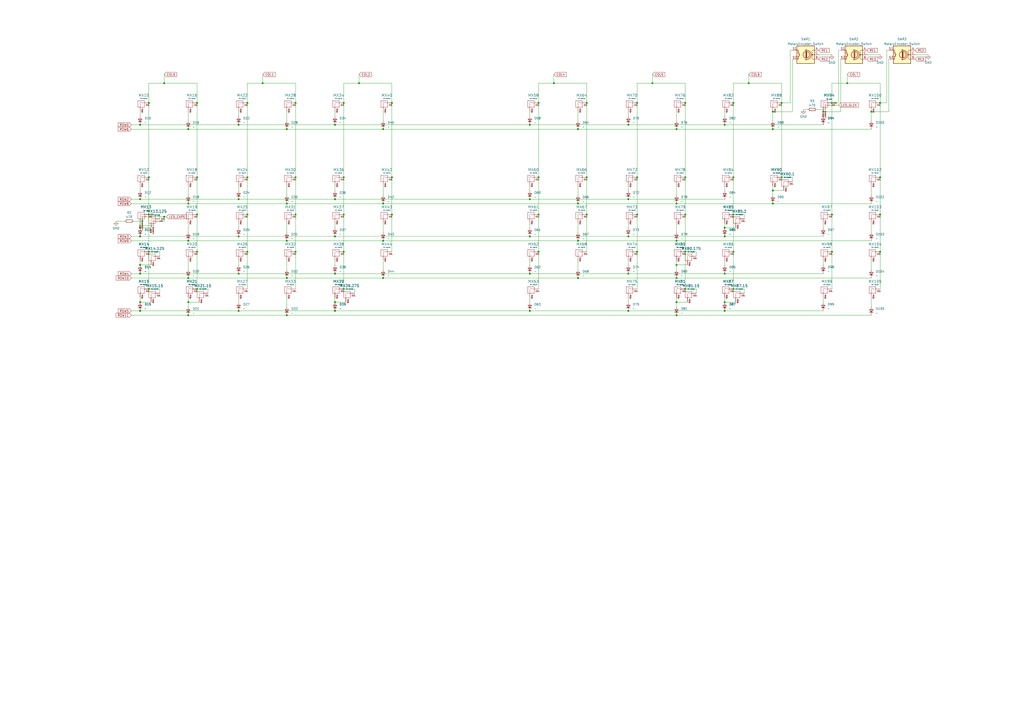
<source format=kicad_sch>
(kicad_sch (version 20231120) (generator "eeschema") (generator_version "8.0")
  (paper "A2")
  (junction (at 378.46 48.26))
  (junction (at 392.43 74.93))
  (junction (at 138.43 72.39))
  (junction (at 448.31 110.49))
  (junction (at 505.46 64.77))
  (junction (at 166.37 161.29))
  (junction (at 335.28 118.11))
  (junction (at 312.42 124.46))
  (junction (at 171.45 146.05))
  (junction (at 477.52 64.77))
  (junction (at 227.33 59.69))
  (junction (at 109.22 175.26))
  (junction (at 335.28 139.7))
  (junction (at 114.3 124.46))
  (junction (at 194.31 175.26))
  (junction (at 199.39 102.87))
  (junction (at 425.45 146.05))
  (junction (at 138.43 180.34))
  (junction (at 482.6 146.05))
  (junction (at 420.37 158.75))
  (junction (at 434.34 48.26))
  (junction (at 420.37 180.34))
  (junction (at 109.22 182.88))
  (junction (at 340.36 102.87))
  (junction (at 166.37 74.93))
  (junction (at 86.36 167.64))
  (junction (at 166.37 118.11))
  (junction (at 222.25 161.29))
  (junction (at 397.51 124.46))
  (junction (at 369.57 102.87))
  (junction (at 392.43 139.7))
  (junction (at 425.45 167.64))
  (junction (at 307.34 180.34))
  (junction (at 199.39 167.64))
  (junction (at 321.31 48.26))
  (junction (at 307.34 137.16))
  (junction (at 392.43 175.26))
  (junction (at 143.51 59.69))
  (junction (at 312.42 102.87))
  (junction (at 397.51 167.64))
  (junction (at 171.45 59.69))
  (junction (at 392.43 161.29))
  (junction (at 397.51 59.69))
  (junction (at 222.25 74.93))
  (junction (at 114.3 59.69))
  (junction (at 307.34 158.75))
  (junction (at 335.28 74.93))
  (junction (at 208.28 48.26))
  (junction (at 81.28 158.75))
  (junction (at 114.3 167.64))
  (junction (at 312.42 59.69))
  (junction (at 510.54 146.05))
  (junction (at 482.6 59.69))
  (junction (at 194.31 180.34))
  (junction (at 199.39 146.05))
  (junction (at 420.37 137.16))
  (junction (at 482.6 124.46))
  (junction (at 86.36 102.87))
  (junction (at 81.28 175.26))
  (junction (at 138.43 137.16))
  (junction (at 392.43 118.11))
  (junction (at 510.54 124.46))
  (junction (at 81.28 72.39))
  (junction (at 453.39 59.69))
  (junction (at 397.51 102.87))
  (junction (at 222.25 139.7))
  (junction (at 425.45 59.69))
  (junction (at 194.31 137.16))
  (junction (at 448.31 74.93))
  (junction (at 81.28 180.34))
  (junction (at 364.49 137.16))
  (junction (at 138.43 115.57))
  (junction (at 453.39 102.87))
  (junction (at 227.33 124.46))
  (junction (at 143.51 124.46))
  (junction (at 364.49 158.75))
  (junction (at 420.37 175.26))
  (junction (at 138.43 158.75))
  (junction (at 227.33 102.87))
  (junction (at 95.25 125.73))
  (junction (at 425.45 124.46))
  (junction (at 369.57 59.69))
  (junction (at 171.45 102.87))
  (junction (at 312.42 146.05))
  (junction (at 392.43 153.67))
  (junction (at 510.54 59.69))
  (junction (at 114.3 102.87))
  (junction (at 86.36 124.46))
  (junction (at 335.28 161.29))
  (junction (at 109.22 74.93))
  (junction (at 82.55 128.27))
  (junction (at 109.22 161.29))
  (junction (at 143.51 102.87))
  (junction (at 364.49 180.34))
  (junction (at 425.45 102.87))
  (junction (at 86.36 59.69))
  (junction (at 194.31 115.57))
  (junction (at 364.49 72.39))
  (junction (at 171.45 124.46))
  (junction (at 86.36 146.05))
  (junction (at 81.28 153.67))
  (junction (at 81.28 132.08))
  (junction (at 307.34 72.39))
  (junction (at 109.22 118.11))
  (junction (at 81.28 115.57))
  (junction (at 166.37 182.88))
  (junction (at 420.37 72.39))
  (junction (at 222.25 118.11))
  (junction (at 369.57 124.46))
  (junction (at 369.57 146.05))
  (junction (at 194.31 72.39))
  (junction (at 199.39 59.69))
  (junction (at 152.4 48.26))
  (junction (at 81.28 137.16))
  (junction (at 448.31 118.11))
  (junction (at 397.51 146.05))
  (junction (at 340.36 124.46))
  (junction (at 420.37 132.08))
  (junction (at 166.37 139.7))
  (junction (at 307.34 115.57))
  (junction (at 510.54 102.87))
  (junction (at 95.25 48.26))
  (junction (at 491.49 48.26))
  (junction (at 194.31 158.75))
  (junction (at 448.31 64.77))
  (junction (at 364.49 115.57))
  (junction (at 392.43 182.88))
  (junction (at 143.51 146.05))
  (junction (at 199.39 124.46))
  (junction (at 340.36 59.69))
  (junction (at 114.3 146.05))
  (junction (at 109.22 139.7))
  (wire (pts (xy 77.47 128.27) (xy 82.55 128.27)))
  (wire (pts (xy 138.43 151.13) (xy 138.43 153.67)))
  (wire (pts (xy 76.2 158.75) (xy 81.28 158.75)))
  (wire (pts (xy 222.25 74.93) (xy 335.28 74.93)))
  (wire (pts (xy 392.43 153.67) (xy 392.43 156.21)))
  (wire (pts (xy 335.28 118.11) (xy 392.43 118.11)))
  (wire (pts (xy 369.57 48.26) (xy 369.57 59.69)))
  (wire (pts (xy 92.71 127) (xy 92.71 124.46)))
  (wire (pts (xy 109.22 139.7) (xy 166.37 139.7)))
  (wire (pts (xy 321.31 43.18) (xy 321.31 48.26)))
  (wire (pts (xy 109.22 175.26) (xy 115.57 175.26)))
  (wire (pts (xy 477.52 129.54) (xy 477.52 132.08)))
  (wire (pts (xy 138.43 115.57) (xy 194.31 115.57)))
  (wire (pts (xy 81.28 72.39) (xy 138.43 72.39)))
  (wire (pts (xy 166.37 64.77) (xy 166.37 69.85)))
  (wire (pts (xy 307.34 180.34) (xy 364.49 180.34)))
  (wire (pts (xy 487.68 64.77) (xy 477.52 64.77)))
  (wire (pts (xy 171.45 102.87) (xy 171.45 124.46)))
  (wire (pts (xy 95.25 128.27) (xy 95.25 125.73)))
  (wire (pts (xy 81.28 137.16) (xy 138.43 137.16)))
  (wire (pts (xy 109.22 129.54) (xy 109.22 134.62)))
  (wire (pts (xy 487.68 29.21) (xy 486.41 29.21)))
  (wire (pts (xy 76.2 115.57) (xy 81.28 115.57)))
  (wire (pts (xy 434.34 48.26) (xy 425.45 48.26)))
  (wire (pts (xy 453.39 59.69) (xy 453.39 102.87)))
  (wire (pts (xy 420.37 180.34) (xy 477.52 180.34)))
  (wire (pts (xy 420.37 64.77) (xy 420.37 67.31)))
  (wire (pts (xy 88.9 130.81) (xy 82.55 130.81)))
  (wire (pts (xy 364.49 72.39) (xy 420.37 72.39)))
  (wire (pts (xy 482.6 59.69) (xy 482.6 124.46)))
  (wire (pts (xy 392.43 129.54) (xy 392.43 134.62)))
  (wire (pts (xy 92.71 170.18) (xy 92.71 167.64)))
  (wire (pts (xy 392.43 175.26) (xy 398.78 175.26)))
  (wire (pts (xy 459.74 102.87) (xy 453.39 102.87)))
  (wire (pts (xy 392.43 107.95) (xy 392.43 113.03)))
  (wire (pts (xy 109.22 177.8) (xy 109.22 175.26)))
  (wire (pts (xy 166.37 129.54) (xy 166.37 134.62)))
  (wire (pts (xy 307.34 172.72) (xy 307.34 175.26)))
  (wire (pts (xy 510.54 59.69) (xy 514.35 59.69)))
  (wire (pts (xy 307.34 137.16) (xy 364.49 137.16)))
  (wire (pts (xy 81.28 180.34) (xy 138.43 180.34)))
  (wire (pts (xy 152.4 43.18) (xy 152.4 48.26)))
  (wire (pts (xy 474.98 31.75) (xy 482.6 31.75)))
  (wire (pts (xy 138.43 180.34) (xy 194.31 180.34)))
  (wire (pts (xy 321.31 48.26) (xy 340.36 48.26)))
  (wire (pts (xy 491.49 43.18) (xy 491.49 48.26)))
  (wire (pts (xy 81.28 153.67) (xy 87.63 153.67)))
  (wire (pts (xy 152.4 48.26) (xy 143.51 48.26)))
  (wire (pts (xy 378.46 43.18) (xy 378.46 48.26)))
  (wire (pts (xy 448.31 74.93) (xy 505.46 74.93)))
  (wire (pts (xy 138.43 107.95) (xy 138.43 110.49)))
  (wire (pts (xy 312.42 48.26) (xy 312.42 59.69)))
  (wire (pts (xy 482.6 146.05) (xy 482.6 167.64)))
  (wire (pts (xy 171.45 59.69) (xy 171.45 102.87)))
  (wire (pts (xy 481.33 60.96) (xy 486.41 60.96)))
  (wire (pts (xy 397.51 102.87) (xy 397.51 124.46)))
  (wire (pts (xy 81.28 64.77) (xy 81.28 67.31)))
  (wire (pts (xy 364.49 172.72) (xy 364.49 175.26)))
  (wire (pts (xy 458.47 59.69) (xy 453.39 59.69)))
  (wire (pts (xy 403.86 148.59) (xy 403.86 146.05)))
  (wire (pts (xy 222.25 151.13) (xy 222.25 156.21)))
  (wire (pts (xy 86.36 102.87) (xy 86.36 124.46)))
  (wire (pts (xy 364.49 137.16) (xy 420.37 137.16)))
  (wire (pts (xy 114.3 124.46) (xy 114.3 146.05)))
  (wire (pts (xy 392.43 118.11) (xy 448.31 118.11)))
  (wire (pts (xy 307.34 151.13) (xy 307.34 153.67)))
  (wire (pts (xy 425.45 146.05) (xy 425.45 167.64)))
  (wire (pts (xy 340.36 124.46) (xy 340.36 146.05)))
  (wire (pts (xy 364.49 180.34) (xy 420.37 180.34)))
  (wire (pts (xy 171.45 146.05) (xy 171.45 167.64)))
  (wire (pts (xy 81.28 175.26) (xy 87.63 175.26)))
  (wire (pts (xy 431.8 167.64) (xy 425.45 167.64)))
  (wire (pts (xy 166.37 151.13) (xy 166.37 156.21)))
  (wire (pts (xy 76.2 118.11) (xy 109.22 118.11)))
  (wire (pts (xy 477.52 64.77) (xy 477.52 67.31)))
  (wire (pts (xy 227.33 48.26) (xy 227.33 59.69)))
  (wire (pts (xy 364.49 64.77) (xy 364.49 67.31)))
  (wire (pts (xy 199.39 124.46) (xy 199.39 146.05)))
  (wire (pts (xy 425.45 48.26) (xy 425.45 59.69)))
  (wire (pts (xy 227.33 59.69) (xy 227.33 102.87)))
  (wire (pts (xy 453.39 48.26) (xy 453.39 59.69)))
  (wire (pts (xy 307.34 158.75) (xy 364.49 158.75)))
  (wire (pts (xy 515.62 64.77) (xy 505.46 64.77)))
  (wire (pts (xy 486.41 29.21) (xy 486.41 59.69)))
  (wire (pts (xy 459.74 29.21) (xy 458.47 29.21)))
  (wire (pts (xy 143.51 146.05) (xy 143.51 167.64)))
  (wire (pts (xy 194.31 115.57) (xy 307.34 115.57)))
  (wire (pts (xy 205.74 170.18) (xy 205.74 167.64)))
  (wire (pts (xy 166.37 118.11) (xy 222.25 118.11)))
  (wire (pts (xy 109.22 74.93) (xy 166.37 74.93)))
  (wire (pts (xy 510.54 124.46) (xy 510.54 146.05)))
  (wire (pts (xy 364.49 151.13) (xy 364.49 153.67)))
  (wire (pts (xy 420.37 107.95) (xy 420.37 110.49)))
  (wire (pts (xy 86.36 48.26) (xy 86.36 59.69)))
  (wire (pts (xy 364.49 115.57) (xy 420.37 115.57)))
  (wire (pts (xy 76.2 182.88) (xy 109.22 182.88)))
  (wire (pts (xy 138.43 172.72) (xy 138.43 175.26)))
  (wire (pts (xy 482.6 124.46) (xy 482.6 146.05)))
  (wire (pts (xy 205.74 167.64) (xy 199.39 167.64)))
  (wire (pts (xy 227.33 102.87) (xy 227.33 124.46)))
  (wire (pts (xy 194.31 137.16) (xy 307.34 137.16)))
  (wire (pts (xy 431.8 127) (xy 431.8 124.46)))
  (wire (pts (xy 166.37 74.93) (xy 222.25 74.93)))
  (wire (pts (xy 67.31 128.27) (xy 72.39 128.27)))
  (wire (pts (xy 312.42 146.05) (xy 312.42 167.64)))
  (wire (pts (xy 335.28 64.77) (xy 335.28 69.85)))
  (wire (pts (xy 477.52 151.13) (xy 477.52 153.67)))
  (wire (pts (xy 208.28 48.26) (xy 227.33 48.26)))
  (wire (pts (xy 82.55 130.81) (xy 82.55 128.27)))
  (wire (pts (xy 502.92 31.75) (xy 510.54 31.75)))
  (wire (pts (xy 81.28 151.13) (xy 81.28 153.67)))
  (wire (pts (xy 514.35 29.21) (xy 514.35 59.69)))
  (wire (pts (xy 420.37 137.16) (xy 477.52 137.16)))
  (wire (pts (xy 530.86 31.75) (xy 538.48 31.75)))
  (wire (pts (xy 307.34 72.39) (xy 364.49 72.39)))
  (wire (pts (xy 222.25 64.77) (xy 222.25 69.85)))
  (wire (pts (xy 369.57 59.69) (xy 369.57 102.87)))
  (wire (pts (xy 109.22 151.13) (xy 109.22 156.21)))
  (wire (pts (xy 76.2 74.93) (xy 109.22 74.93)))
  (wire (pts (xy 459.74 64.77) (xy 448.31 64.77)))
  (wire (pts (xy 473.71 63.5) (xy 478.79 63.5)))
  (wire (pts (xy 138.43 72.39) (xy 194.31 72.39)))
  (wire (pts (xy 194.31 129.54) (xy 194.31 132.08)))
  (wire (pts (xy 76.2 137.16) (xy 81.28 137.16)))
  (wire (pts (xy 138.43 158.75) (xy 194.31 158.75)))
  (wire (pts (xy 487.68 34.29) (xy 487.68 64.77)))
  (wire (pts (xy 81.28 158.75) (xy 138.43 158.75)))
  (wire (pts (xy 166.37 182.88) (xy 392.43 182.88)))
  (wire (pts (xy 92.71 167.64) (xy 86.36 167.64)))
  (wire (pts (xy 335.28 139.7) (xy 392.43 139.7)))
  (wire (pts (xy 425.45 102.87) (xy 425.45 124.46)))
  (wire (pts (xy 222.25 139.7) (xy 335.28 139.7)))
  (wire (pts (xy 81.28 132.08) (xy 87.63 132.08)))
  (wire (pts (xy 86.36 124.46) (xy 86.36 146.05)))
  (wire (pts (xy 491.49 48.26) (xy 482.6 48.26)))
  (wire (pts (xy 199.39 146.05) (xy 199.39 167.64)))
  (wire (pts (xy 448.31 107.95) (xy 448.31 110.49)))
  (wire (pts (xy 109.22 64.77) (xy 109.22 69.85)))
  (wire (pts (xy 458.47 29.21) (xy 458.47 59.69)))
  (wire (pts (xy 85.09 125.73) (xy 95.25 125.73)))
  (wire (pts (xy 312.42 102.87) (xy 312.42 124.46)))
  (wire (pts (xy 397.51 124.46) (xy 397.51 146.05)))
  (wire (pts (xy 91.44 128.27) (xy 95.25 128.27)))
  (wire (pts (xy 335.28 161.29) (xy 392.43 161.29)))
  (wire (pts (xy 369.57 102.87) (xy 369.57 124.46)))
  (wire (pts (xy 138.43 129.54) (xy 138.43 132.08)))
  (wire (pts (xy 227.33 124.46) (xy 227.33 146.05)))
  (wire (pts (xy 369.57 146.05) (xy 369.57 167.64)))
  (wire (pts (xy 482.6 48.26) (xy 482.6 59.69)))
  (wire (pts (xy 208.28 43.18) (xy 208.28 48.26)))
  (wire (pts (xy 477.52 172.72) (xy 477.52 175.26)))
  (wire (pts (xy 143.51 124.46) (xy 143.51 146.05)))
  (wire (pts (xy 510.54 102.87) (xy 510.54 124.46)))
  (wire (pts (xy 114.3 59.69) (xy 114.3 102.87)))
  (wire (pts (xy 76.2 180.34) (xy 81.28 180.34)))
  (wire (pts (xy 114.3 102.87) (xy 114.3 124.46)))
  (wire (pts (xy 81.28 115.57) (xy 138.43 115.57)))
  (wire (pts (xy 425.45 59.69) (xy 425.45 102.87)))
  (wire (pts (xy 392.43 64.77) (xy 392.43 69.85)))
  (wire (pts (xy 194.31 72.39) (xy 307.34 72.39)))
  (wire (pts (xy 95.25 48.26) (xy 86.36 48.26)))
  (wire (pts (xy 392.43 139.7) (xy 505.46 139.7)))
  (wire (pts (xy 194.31 172.72) (xy 194.31 175.26)))
  (wire (pts (xy 194.31 151.13) (xy 194.31 153.67)))
  (wire (pts (xy 486.41 59.69) (xy 482.6 59.69)))
  (wire (pts (xy 397.51 146.05) (xy 397.51 167.64)))
  (wire (pts (xy 143.51 59.69) (xy 143.51 102.87)))
  (wire (pts (xy 76.2 72.39) (xy 81.28 72.39)))
  (wire (pts (xy 420.37 158.75) (xy 477.52 158.75)))
  (wire (pts (xy 448.31 110.49) (xy 448.31 113.03)))
  (wire (pts (xy 505.46 107.95) (xy 505.46 113.03)))
  (wire (pts (xy 208.28 48.26) (xy 199.39 48.26)))
  (wire (pts (xy 307.34 110.49) (xy 307.34 107.95)))
  (wire (pts (xy 222.25 107.95) (xy 222.25 113.03)))
  (wire (pts (xy 95.25 125.73) (xy 96.52 125.73)))
  (wire (pts (xy 448.31 64.77) (xy 448.31 69.85)))
  (wire (pts (xy 505.46 129.54) (xy 505.46 134.62)))
  (wire (pts (xy 194.31 64.77) (xy 194.31 67.31)))
  (wire (pts (xy 307.34 115.57) (xy 364.49 115.57)))
  (wire (pts (xy 392.43 172.72) (xy 392.43 175.26)))
  (wire (pts (xy 392.43 74.93) (xy 448.31 74.93)))
  (wire (pts (xy 448.31 118.11) (xy 505.46 118.11)))
  (wire (pts (xy 434.34 48.26) (xy 453.39 48.26)))
  (wire (pts (xy 448.31 110.49) (xy 454.66 110.49)))
  (wire (pts (xy 95.25 43.18) (xy 95.25 48.26)))
  (wire (pts (xy 194.31 107.95) (xy 194.31 110.49)))
  (wire (pts (xy 491.49 48.26) (xy 510.54 48.26)))
  (wire (pts (xy 515.62 34.29) (xy 515.62 64.77)))
  (wire (pts (xy 222.25 118.11) (xy 335.28 118.11)))
  (wire (pts (xy 420.37 72.39) (xy 477.52 72.39)))
  (wire (pts (xy 340.36 102.87) (xy 340.36 124.46)))
  (wire (pts (xy 434.34 43.18) (xy 434.34 48.26)))
  (wire (pts (xy 392.43 153.67) (xy 398.78 153.67)))
  (wire (pts (xy 340.36 59.69) (xy 340.36 102.87)))
  (wire (pts (xy 321.31 48.26) (xy 312.42 48.26)))
  (wire (pts (xy 397.51 48.26) (xy 397.51 59.69)))
  (wire (pts (xy 335.28 151.13) (xy 335.28 156.21)))
  (wire (pts (xy 194.31 180.34) (xy 307.34 180.34)))
  (wire (pts (xy 143.51 102.87) (xy 143.51 124.46)))
  (wire (pts (xy 378.46 48.26) (xy 397.51 48.26)))
  (wire (pts (xy 194.31 158.75) (xy 307.34 158.75)))
  (wire (pts (xy 369.57 124.46) (xy 369.57 146.05)))
  (wire (pts (xy 109.22 182.88) (xy 166.37 182.88)))
  (wire (pts (xy 515.62 29.21) (xy 514.35 29.21)))
  (wire (pts (xy 431.8 124.46) (xy 425.45 124.46)))
  (wire (pts (xy 199.39 48.26) (xy 199.39 59.69)))
  (wire (pts (xy 171.45 124.46) (xy 171.45 146.05)))
  (wire (pts (xy 120.65 170.18) (xy 120.65 167.64)))
  (wire (pts (xy 92.71 146.05) (xy 86.36 146.05)))
  (wire (pts (xy 76.2 139.7) (xy 109.22 139.7)))
  (wire (pts (xy 81.28 172.72) (xy 81.28 175.26)))
  (wire (pts (xy 420.37 151.13) (xy 420.37 153.67)))
  (wire (pts (xy 392.43 182.88) (xy 505.46 182.88)))
  (wire (pts (xy 420.37 132.08) (xy 426.72 132.08)))
  (wire (pts (xy 459.74 34.29) (xy 459.74 64.77)))
  (wire (pts (xy 459.74 105.41) (xy 459.74 102.87)))
  (wire (pts (xy 222.25 161.29) (xy 335.28 161.29)))
  (wire (pts (xy 392.43 161.29) (xy 505.46 161.29)))
  (wire (pts (xy 171.45 48.26) (xy 171.45 59.69)))
  (wire (pts (xy 335.28 74.93) (xy 392.43 74.93)))
  (wire (pts (xy 109.22 107.95) (xy 109.22 113.03)))
  (wire (pts (xy 86.36 59.69) (xy 86.36 102.87)))
  (wire (pts (xy 120.65 167.64) (xy 114.3 167.64)))
  (wire (pts (xy 166.37 172.72) (xy 166.37 177.8)))
  (wire (pts (xy 307.34 64.77) (xy 307.34 67.31)))
  (wire (pts (xy 364.49 107.95) (xy 364.49 110.49)))
  (wire (pts (xy 403.86 146.05) (xy 397.51 146.05)))
  (wire (pts (xy 425.45 124.46) (xy 425.45 146.05)))
  (wire (pts (xy 109.22 118.11) (xy 166.37 118.11)))
  (wire (pts (xy 403.86 170.18) (xy 403.86 167.64)))
  (wire (pts (xy 364.49 129.54) (xy 364.49 132.08)))
  (wire (pts (xy 364.49 158.75) (xy 420.37 158.75)))
  (wire (pts (xy 199.39 59.69) (xy 199.39 102.87)))
  (wire (pts (xy 114.3 146.05) (xy 114.3 167.64)))
  (wire (pts (xy 194.31 175.26) (xy 200.66 175.26)))
  (wire (pts (xy 505.46 64.77) (xy 505.46 69.85)))
  (wire (pts (xy 166.37 107.95) (xy 166.37 113.03)))
  (wire (pts (xy 76.2 161.29) (xy 109.22 161.29)))
  (wire (pts (xy 152.4 48.26) (xy 171.45 48.26)))
  (wire (pts (xy 109.22 175.26) (xy 109.22 172.72)))
  (wire (pts (xy 92.71 148.59) (xy 92.71 146.05)))
  (wire (pts (xy 222.25 129.54) (xy 222.25 134.62)))
  (wire (pts (xy 114.3 48.26) (xy 114.3 59.69)))
  (wire (pts (xy 510.54 146.05) (xy 510.54 167.64)))
  (wire (pts (xy 81.28 129.54) (xy 81.28 132.08)))
  (wire (pts (xy 510.54 48.26) (xy 510.54 59.69)))
  (wire (pts (xy 312.42 59.69) (xy 312.42 102.87)))
  (wire (pts (xy 81.28 107.95) (xy 81.28 110.49)))
  (wire (pts (xy 378.46 48.26) (xy 369.57 48.26)))
  (wire (pts (xy 397.51 59.69) (xy 397.51 102.87)))
  (wire (pts (xy 312.42 124.46) (xy 312.42 146.05)))
  (wire (pts (xy 420.37 172.72) (xy 420.37 175.26)))
  (wire (pts (xy 466.09 63.5) (xy 468.63 63.5)))
  (wire (pts (xy 109.22 161.29) (xy 166.37 161.29)))
  (wire (pts (xy 138.43 64.77) (xy 138.43 67.31)))
  (wire (pts (xy 86.36 146.05) (xy 86.36 167.64)))
  (wire (pts (xy 92.71 124.46) (xy 86.36 124.46)))
  (wire (pts (xy 307.34 132.08) (xy 307.34 129.54)))
  (wire (pts (xy 199.39 102.87) (xy 199.39 124.46)))
  (wire (pts (xy 505.46 151.13) (xy 505.46 156.21)))
  (wire (pts (xy 431.8 170.18) (xy 431.8 167.64)))
  (wire (pts (xy 335.28 129.54) (xy 335.28 134.62)))
  (wire (pts (xy 166.37 139.7) (xy 222.25 139.7)))
  (wire (pts (xy 510.54 59.69) (xy 510.54 102.87)))
  (wire (pts (xy 166.37 161.29) (xy 222.25 161.29)))
  (wire (pts (xy 392.43 151.13) (xy 392.43 153.67)))
  (wire (pts (xy 392.43 175.26) (xy 392.43 177.8)))
  (wire (pts (xy 335.28 107.95) (xy 335.28 113.03)))
  (wire (pts (xy 340.36 48.26) (xy 340.36 59.69)))
  (wire (pts (xy 138.43 137.16) (xy 194.31 137.16)))
  (wire (pts (xy 420.37 129.54) (xy 420.37 132.08)))
  (wire (pts (xy 143.51 48.26) (xy 143.51 59.69)))
  (wire (pts (xy 505.46 172.72) (xy 505.46 177.8)))
  (wire (pts (xy 420.37 175.26) (xy 426.72 175.26)))
  (wire (pts (xy 95.25 48.26) (xy 114.3 48.26)))
  (wire (pts (xy 403.86 167.64) (xy 397.51 167.64)))
  (global_label "COL4" (shape input) (at 321.31 43.18 0) (property "Intersheetrefs" "${INTERSHEET_REFS}" (effects (hide yes))))
  (global_label "ROW11" (shape input) (at 76.2 182.88 180) (property "Intersheetrefs" "${INTERSHEET_REFS}" (effects (hide yes))))
  (global_label "COL1" (shape input) (at 152.4 43.18 0) (property "Intersheetrefs" "${INTERSHEET_REFS}" (effects (hide yes))))
  (global_label "RE3" (shape input) (at 530.86 34.29 0) (property "Intersheetrefs" "${INTERSHEET_REFS}" (effects (hide yes))))
  (global_label "COL7" (shape input) (at 491.49 43.18 0) (property "Intersheetrefs" "${INTERSHEET_REFS}" (effects (hide yes))))
  (global_label "LED_CAPS" (shape input) (at 96.52 125.73 0) (property "Intersheetrefs" "${INTERSHEET_REFS}" (effects (hide yes))))
  (global_label "ROW10" (shape input) (at 76.2 161.29 180) (property "Intersheetrefs" "${INTERSHEET_REFS}" (effects (hide yes))))
  (global_label "ROW2" (shape input) (at 76.2 115.57 180) (property "Intersheetrefs" "${INTERSHEET_REFS}" (effects (hide yes))))
  (global_label "LED_SLCK" (shape input) (at 486.41 60.96 0) (property "Intersheetrefs" "${INTERSHEET_REFS}" (effects (hide yes))))
  (global_label "ROW0" (shape input) (at 76.2 72.39 180) (property "Intersheetrefs" "${INTERSHEET_REFS}" (effects (hide yes))))
  (global_label "COL2" (shape input) (at 208.28 43.18 0) (property "Intersheetrefs" "${INTERSHEET_REFS}" (effects (hide yes))))
  (global_label "RE2" (shape input) (at 474.98 34.29 0) (property "Intersheetrefs" "${INTERSHEET_REFS}" (effects (hide yes))))
  (global_label "RE3" (shape input) (at 502.92 34.29 0) (property "Intersheetrefs" "${INTERSHEET_REFS}" (effects (hide yes))))
  (global_label "ROW4" (shape input) (at 76.2 158.75 180) (property "Intersheetrefs" "${INTERSHEET_REFS}" (effects (hide yes))))
  (global_label "COL5" (shape input) (at 378.46 43.18 0) (property "Intersheetrefs" "${INTERSHEET_REFS}" (effects (hide yes))))
  (global_label "ROW3" (shape input) (at 76.2 137.16 180) (property "Intersheetrefs" "${INTERSHEET_REFS}" (effects (hide yes))))
  (global_label "ROW9" (shape input) (at 76.2 139.7 180) (property "Intersheetrefs" "${INTERSHEET_REFS}" (effects (hide yes))))
  (global_label "RE1" (shape input) (at 502.92 29.21 0) (property "Intersheetrefs" "${INTERSHEET_REFS}" (effects (hide yes))))
  (global_label "RE2" (shape input) (at 530.86 29.21 0) (property "Intersheetrefs" "${INTERSHEET_REFS}" (effects (hide yes))))
  (global_label "ROW6" (shape input) (at 76.2 74.93 180) (property "Intersheetrefs" "${INTERSHEET_REFS}" (effects (hide yes))))
  (global_label "COL0" (shape input) (at 95.25 43.18 0) (property "Intersheetrefs" "${INTERSHEET_REFS}" (effects (hide yes))))
  (global_label "COL6" (shape input) (at 434.34 43.18 0) (property "Intersheetrefs" "${INTERSHEET_REFS}" (effects (hide yes))))
  (global_label "RE1" (shape input) (at 474.98 29.21 0) (property "Intersheetrefs" "${INTERSHEET_REFS}" (effects (hide yes))))
  (global_label "ROW5" (shape input) (at 76.2 180.34 180) (property "Intersheetrefs" "${INTERSHEET_REFS}" (effects (hide yes))))
  (global_label "ROW8" (shape input) (at 76.2 118.11 180) (property "Intersheetrefs" "${INTERSHEET_REFS}" (effects (hide yes))))
  (symbol (lib_id "Device:D_Small") (at 81.28 156.21 90) (unit 1)
    (property "Reference" "D14" (at 83.82 154.9399 90) (effects (justify right)))
    (property "Value" "~" (at 83.82 157.4799 90) (effects (justify right)))
    (property "LCSC" "C81598" (effects (hide yes)))
  )
  (symbol (lib_id "MX_Alps_Hybrid:MX-LED") (at 88.9 128.27 0) (unit 1)
    (property "Reference" "MX13.125" (at 91.0556 122.5764 0) (effects (font (size 1.524 1.524))))
    (property "Value" "MX-LED" (at 91.0556 124.847 0) (effects (font (size 0.508 0.508))))
  )
  (symbol (lib_id "MX_Alps_Hybrid:MX-NoLED") (at 167.64 125.73 0) (unit 1)
    (property "Reference" "MX31" (at 168.4782 120.0658 0) (effects (font (size 1.524 1.524))))
    (property "Value" "MX-NoLED" (at 168.4782 121.9454 0) (effects (font (size 0.508 0.508))))
    (property "Footprint" "MX_Only:MXOnly-1U-NoLED" (effects (hide yes)))
  )
  (symbol (lib_id "MX_Alps_Hybrid:MX-NoLED") (at 167.64 168.91 0) (unit 1)
    (property "Reference" "MX33" (at 168.4782 163.2458 0) (effects (font (size 1.524 1.524))))
    (property "Value" "MX-NoLED" (at 168.4782 165.1254 0) (effects (font (size 0.508 0.508))))
    (property "Footprint" "MX_Only:MXOnly-1U-NoLED" (effects (hide yes)))
  )
  (symbol (lib_id "MX_Alps_Hybrid:MX-NoLED") (at 393.7 60.96 0) (unit 1)
    (property "Reference" "MX76" (at 394.5382 55.2958 0) (effects (font (size 1.524 1.524))))
    (property "Value" "MX-NoLED" (at 394.5382 57.1754 0) (effects (font (size 0.508 0.508))))
    (property "Footprint" "MX_Only:MXOnly-1U-NoLED" (effects (hide yes)))
  )
  (symbol (lib_id "MX_Alps_Hybrid:MX-NoLED") (at 365.76 60.96 0) (unit 1)
    (property "Reference" "MX70" (at 366.5982 55.2958 0) (effects (font (size 1.524 1.524))))
    (property "Value" "MX-NoLED" (at 366.5982 57.1754 0) (effects (font (size 0.508 0.508))))
    (property "Footprint" "MX_Only:MXOnly-1U-NoLED" (effects (hide yes)))
  )
  (symbol (lib_id "Device:D_Small") (at 109.22 158.75 90) (unit 1)
    (property "Reference" "D20" (at 111.76 157.4799 90) (effects (justify right)))
    (property "Value" "~" (at 111.76 160.0199 90) (effects (justify right)))
    (property "LCSC" "C81598" (effects (hide yes)))
  )
  (symbol (lib_id "Device:D_Small") (at 194.31 156.21 90) (unit 1)
    (property "Reference" "D38" (at 196.85 154.9399 90) (effects (justify right)))
    (property "Value" "~" (at 196.85 157.4799 90) (effects (justify right)))
    (property "LCSC" "C81598" (effects (hide yes)))
  )
  (symbol (lib_id "Device:D_Small") (at 307.34 113.03 90) (unit 1)
    (property "Reference" "D60" (at 309.88 111.7599 90) (effects (justify right)))
    (property "Value" "~" (at 309.88 114.2999 90) (effects (justify right)))
    (property "LCSC" "C81598" (effects (hide yes)))
  )
  (symbol (lib_id "Device:D_Small") (at 505.46 180.34 90) (unit 1)
    (property "Reference" "D105" (at 508 179.0699 90) (effects (justify right)))
    (property "Value" "~" (at 508 181.6099 90) (effects (justify right)))
    (property "LCSC" "C81598" (effects (hide yes)))
  )
  (symbol (lib_id "Device:D_Small") (at 335.28 137.16 90) (unit 1)
    (property "Reference" "D67" (at 337.82 135.8899 90) (effects (justify right)))
    (property "Value" "~" (at 337.82 138.4299 90) (effects (justify right)))
    (property "LCSC" "C81598" (effects (hide yes)))
  )
  (symbol (lib_id "MX_Alps_Hybrid:MX-NoLED") (at 139.7 147.32 0) (unit 1)
    (property "Reference" "MX26" (at 140.5382 141.6558 0) (effects (font (size 1.524 1.524))))
    (property "Value" "MX-NoLED" (at 140.5382 143.5354 0) (effects (font (size 0.508 0.508))))
    (property "Footprint" "MX_Only:MXOnly-1U-NoLED" (effects (hide yes)))
  )
  (symbol (lib_id "MX_Alps_Hybrid:MX-NoLED") (at 139.7 125.73 0) (unit 1)
    (property "Reference" "MX25" (at 140.5382 120.0658 0) (effects (font (size 1.524 1.524))))
    (property "Value" "MX-NoLED" (at 140.5382 121.9454 0) (effects (font (size 0.508 0.508))))
    (property "Footprint" "MX_Only:MXOnly-1U-NoLED" (effects (hide yes)))
  )
  (symbol (lib_id "MX_Alps_Hybrid:MX-NoLED") (at 82.55 104.14 0) (unit 1)
    (property "Reference" "MX12" (at 83.3882 98.4758 0) (effects (font (size 1.524 1.524))))
    (property "Value" "MX-NoLED" (at 83.3882 100.3554 0) (effects (font (size 0.508 0.508))))
    (property "Footprint" "MX_Only:MXOnly-1U-NoLED" (effects (hide yes)))
  )
  (symbol (lib_id "Device:D_Small") (at 420.37 69.85 90) (unit 1)
    (property "Reference" "D82" (at 422.91 68.5799 90) (effects (justify right)))
    (property "Value" "~" (at 422.91 71.1199 90) (effects (justify right)))
    (property "LCSC" "C81598" (effects (hide yes)))
  )
  (symbol (lib_id "MX_Alps_Hybrid:MX-NoLED") (at 116.84 171.45 0) (unit 1)
    (property "Reference" "MX21.15" (at 117.6782 165.7858 0) (effects (font (size 1.524 1.524))))
    (property "Value" "MX-NoLED" (at 117.6782 167.6654 0) (effects (font (size 0.508 0.508))))
    (property "Footprint" "MX_Only:MXOnly-1U-NoLED" (effects (hide yes)))
  )
  (symbol (lib_id "MX_Alps_Hybrid:MX-NoLED") (at 223.52 125.73 0) (unit 1)
    (property "Reference" "MX43" (at 224.3582 120.0658 0) (effects (font (size 1.524 1.524))))
    (property "Value" "MX-NoLED" (at 224.3582 121.9454 0) (effects (font (size 0.508 0.508))))
    (property "Footprint" "MX_Only:MXOnly-1U-NoLED" (effects (hide yes)))
  )
  (symbol (lib_id "MX_Alps_Hybrid:MX-NoLED") (at 308.61 104.14 0) (unit 1)
    (property "Reference" "MX60" (at 309.4482 98.4758 0) (effects (font (size 1.524 1.524))))
    (property "Value" "MX-NoLED" (at 309.4482 100.3554 0) (effects (font (size 0.508 0.508))))
    (property "Footprint" "MX_Only:MXOnly-1U-NoLED" (effects (hide yes)))
  )
  (symbol (lib_id "Device:D_Small") (at 166.37 72.39 90) (unit 1)
    (property "Reference" "D28" (at 168.91 71.1199 90) (effects (justify right)))
    (property "Value" "~" (at 168.91 73.6599 90) (effects (justify right)))
    (property "LCSC" "C81598" (effects (hide yes)))
  )
  (symbol (lib_id "MX_Alps_Hybrid:MX-NoLED") (at 478.79 147.32 0) (unit 1)
    (property "Reference" "MX98" (at 479.6282 141.6558 0) (effects (font (size 1.524 1.524))))
    (property "Value" "MX-NoLED" (at 479.6282 143.5354 0) (effects (font (size 0.508 0.508))))
    (property "Footprint" "MX_Only:MXOnly-1U-NoLED" (effects (hide yes)))
  )
  (symbol (lib_id "MX_Alps_Hybrid:MX-LED") (at 478.79 60.96 0) (unit 1)
    (property "Reference" "MX94" (at 480.9456 55.2664 0) (effects (font (size 1.524 1.524))))
    (property "Value" "MX-LED" (at 480.9456 57.537 0) (effects (font (size 0.508 0.508))))
  )
  (symbol (lib_id "Device:D_Small") (at 109.22 137.16 90) (unit 1)
    (property "Reference" "D19" (at 111.76 135.8899 90) (effects (justify right)))
    (property "Value" "~" (at 111.76 138.4299 90) (effects (justify right)))
    (property "LCSC" "C81598" (effects (hide yes)))
  )
  (symbol (lib_id "Device:D_Small") (at 109.22 115.57 90) (unit 1)
    (property "Reference" "D18" (at 111.76 114.2999 90) (effects (justify right)))
    (property "Value" "~" (at 111.76 116.8399 90) (effects (justify right)))
    (property "LCSC" "C81598" (effects (hide yes)))
  )
  (symbol (lib_id "MX_Alps_Hybrid:MX-NoLED") (at 455.93 106.68 0) (unit 1)
    (property "Reference" "MX90.1" (at 456.7682 101.0158 0) (effects (font (size 1.524 1.524))))
    (property "Value" "MX-NoLED" (at 456.7682 102.8954 0) (effects (font (size 0.508 0.508))))
    (property "Footprint" "MX_Only:MXOnly-1U-NoLED" (effects (hide yes)))
  )
  (symbol (lib_id "MX_Alps_Hybrid:MX-NoLED") (at 506.73 147.32 0) (unit 1)
    (property "Reference" "MX104" (at 507.5682 141.6558 0) (effects (font (size 1.524 1.524))))
    (property "Value" "MX-NoLED" (at 507.5682 143.5354 0) (effects (font (size 0.508 0.508))))
    (property "Footprint" "MX_Only:MXOnly-1U-NoLED" (effects (hide yes)))
  )
  (symbol (lib_id "MX_Alps_Hybrid:MX-NoLED") (at 365.76 147.32 0) (unit 1)
    (property "Reference" "MX74" (at 366.5982 141.6558 0) (effects (font (size 1.524 1.524))))
    (property "Value" "MX-NoLED" (at 366.5982 143.5354 0) (effects (font (size 0.508 0.508))))
    (property "Footprint" "MX_Only:MXOnly-1U-NoLED" (effects (hide yes)))
  )
  (symbol (lib_id "MX_Alps_Hybrid:MX-NoLED") (at 427.99 128.27 0) (unit 1)
    (property "Reference" "MX85.2" (at 428.8282 122.6058 0) (effects (font (size 1.524 1.524))))
    (property "Value" "MX-NoLED" (at 428.8282 124.4854 0) (effects (font (size 0.508 0.508))))
    (property "Footprint" "MX_Only:MXOnly-1U-NoLED" (effects (hide yes)))
  )
  (symbol (lib_id "MX_Alps_Hybrid:MX-NoLED") (at 88.9 149.86 0) (unit 1)
    (property "Reference" "MX14.125" (at 89.7382 144.1958 0) (effects (font (size 1.524 1.524))))
    (property "Value" "MX-NoLED" (at 89.7382 146.0754 0) (effects (font (size 0.508 0.508))))
    (property "Footprint" "MX_Only:MXOnly-1U-NoLED" (effects (hide yes)))
  )
  (symbol (lib_id "Device:D_Small") (at 477.52 134.62 90) (unit 1)
    (property "Reference" "D97" (at 480.06 133.3499 90) (effects (justify right)))
    (property "Value" "~" (at 480.06 135.8899 90) (effects (justify right)))
    (property "LCSC" "C81598" (effects (hide yes)))
  )
  (symbol (lib_id "power:GND") (at 482.6 31.75 0) (mirror y) (unit 1)
    (property "Reference" "#PWR018" (effects (hide yes)))
    (property "Value" "GND" (at 482.6 36.3125 0))
  )
  (symbol (lib_id "Device:D_Small") (at 307.34 69.85 90) (unit 1)
    (property "Reference" "D58" (at 309.88 68.5799 90) (effects (justify right)))
    (property "Value" "~" (at 309.88 71.1199 90) (effects (justify right)))
    (property "LCSC" "C81598" (effects (hide yes)))
  )
  (symbol (lib_id "MX_Alps_Hybrid:MX-NoLED") (at 506.73 168.91 0) (unit 1)
    (property "Reference" "MX105" (at 507.5682 163.2458 0) (effects (font (size 1.524 1.524))))
    (property "Value" "MX-NoLED" (at 507.5682 165.1254 0) (effects (font (size 0.508 0.508))))
    (property "Footprint" "MX_Only:MXOnly-1U-NoLED" (effects (hide yes)))
  )
  (symbol (lib_id "Device:D_Small") (at 222.25 158.75 90) (unit 1)
    (property "Reference" "D44" (at 224.79 157.4799 90) (effects (justify right)))
    (property "Value" "~" (at 224.79 160.0199 90) (effects (justify right)))
    (property "LCSC" "C81598" (effects (hide yes)))
  )
  (symbol (lib_id "Device:D_Small") (at 194.31 134.62 90) (unit 1)
    (property "Reference" "D37" (at 196.85 133.3499 90) (effects (justify right)))
    (property "Value" "~" (at 196.85 135.8899 90) (effects (justify right)))
    (property "LCSC" "C81598" (effects (hide yes)))
  )
  (symbol (lib_id "MX_Alps_Hybrid:MX-NoLED") (at 308.61 168.91 0) (unit 1)
    (property "Reference" "MX63" (at 309.4482 163.2458 0) (effects (font (size 1.524 1.524))))
    (property "Value" "MX-NoLED" (at 309.4482 165.1254 0) (effects (font (size 0.508 0.508))))
    (property "Footprint" "MX_Only:MXOnly-1U-NoLED" (effects (hide yes)))
  )
  (symbol (lib_id "Device:D_Small") (at 477.52 177.8 90) (unit 1)
    (property "Reference" "D99" (at 480.06 176.5299 90) (effects (justify right)))
    (property "Value" "~" (at 480.06 179.0699 90) (effects (justify right)))
    (property "LCSC" "C81598" (effects (hide yes)))
  )
  (symbol (lib_id "Device:D_Small") (at 222.25 72.39 90) (unit 1)
    (property "Reference" "D40" (at 224.79 71.1199 90) (effects (justify right)))
    (property "Value" "~" (at 224.79 73.6599 90) (effects (justify right)))
    (property "LCSC" "C81598" (effects (hide yes)))
  )
  (symbol (lib_id "MX_Alps_Hybrid:MX-NoLED") (at 449.58 104.14 0) (unit 1)
    (property "Reference" "MX90" (at 450.4182 98.4758 0) (effects (font (size 1.524 1.524))))
    (property "Value" "MX-NoLED" (at 450.4182 100.3554 0) (effects (font (size 0.508 0.508))))
    (property "Footprint" "MX_Only:MXOnly-1U-NoLED" (effects (hide yes)))
  )
  (symbol (lib_id "Device:D_Small") (at 335.28 115.57 90) (unit 1)
    (property "Reference" "D66" (at 337.82 114.2999 90) (effects (justify right)))
    (property "Value" "~" (at 337.82 116.8399 90) (effects (justify right)))
    (property "LCSC" "C81598" (effects (hide yes)))
  )
  (symbol (lib_id "MX_Alps_Hybrid:MX-NoLED") (at 421.64 147.32 0) (unit 1)
    (property "Reference" "MX86" (at 422.4782 141.6558 0) (effects (font (size 1.524 1.524))))
    (property "Value" "MX-NoLED" (at 422.4782 143.5354 0) (effects (font (size 0.508 0.508))))
    (property "Footprint" "MX_Only:MXOnly-1U-NoLED" (effects (hide yes)))
  )
  (symbol (lib_id "MX_Alps_Hybrid:MX-NoLED") (at 308.61 147.32 0) (unit 1)
    (property "Reference" "MX62" (at 309.4482 141.6558 0) (effects (font (size 1.524 1.524))))
    (property "Value" "MX-NoLED" (at 309.4482 143.5354 0) (effects (font (size 0.508 0.508))))
    (property "Footprint" "MX_Only:MXOnly-1U-NoLED" (effects (hide yes)))
  )
  (symbol (lib_id "MX_Alps_Hybrid:MX-NoLED") (at 400.05 149.86 0) (unit 1)
    (property "Reference" "MX80.175" (at 400.8882 144.1958 0) (effects (font (size 1.524 1.524))))
    (property "Value" "MX-NoLED" (at 400.8882 146.0754 0) (effects (font (size 0.508 0.508))))
    (property "Footprint" "MX_Only:MXOnly-1U-NoLED" (effects (hide yes)))
  )
  (symbol (lib_id "MX_Alps_Hybrid:MX-NoLED") (at 139.7 60.96 0) (unit 1)
    (property "Reference" "MX22" (at 140.5382 55.2958 0) (effects (font (size 1.524 1.524))))
    (property "Value" "MX-NoLED" (at 140.5382 57.1754 0) (effects (font (size 0.508 0.508))))
    (property "Footprint" "MX_Only:MXOnly-1U-NoLED" (effects (hide yes)))
  )
  (symbol (lib_id "Device:D_Small") (at 420.37 113.03 90) (unit 1)
    (property "Reference" "D84" (at 422.91 111.7599 90) (effects (justify right)))
    (property "Value" "~" (at 422.91 114.2999 90) (effects (justify right)))
    (property "LCSC" "C81598" (effects (hide yes)))
  )
  (symbol (lib_id "Device:R_Small") (at 471.17 63.5 270) (unit 1)
    (property "Reference" "R3" (at 471.17 58.6189 90))
    (property "Value" "470" (at 471.17 61.0432 90))
  )
  (symbol (lib_id "Device:D_Small") (at 138.43 156.21 90) (unit 1)
    (property "Reference" "D26" (at 140.97 154.9399 90) (effects (justify right)))
    (property "Value" "~" (at 140.97 157.4799 90) (effects (justify right)))
    (property "LCSC" "C81598" (effects (hide yes)))
  )
  (symbol (lib_id "MX_Alps_Hybrid:MX-NoLED") (at 449.58 60.96 0) (unit 1)
    (property "Reference" "MX88" (at 450.4182 55.2958 0) (effects (font (size 1.524 1.524))))
    (property "Value" "MX-NoLED" (at 450.4182 57.1754 0) (effects (font (size 0.508 0.508))))
    (property "Footprint" "MX_Only:MXOnly-1U-NoLED" (effects (hide yes)))
  )
  (symbol (lib_id "Device:D_Small") (at 307.34 134.62 90) (unit 1)
    (property "Reference" "D61" (at 309.88 133.3499 90) (effects (justify right)))
    (property "Value" "~" (at 309.88 135.8899 90) (effects (justify right)))
    (property "LCSC" "C81598" (effects (hide yes)))
  )
  (symbol (lib_id "Device:D_Small") (at 505.46 137.16 90) (unit 1)
    (property "Reference" "D103" (at 508 135.8899 90) (effects (justify right)))
    (property "Value" "~" (at 508 138.4299 90) (effects (justify right)))
    (property "LCSC" "C81598" (effects (hide yes)))
  )
  (symbol (lib_id "Device:D_Small") (at 166.37 180.34 90) (unit 1)
    (property "Reference" "D33" (at 168.91 179.0699 90) (effects (justify right)))
    (property "Value" "~" (at 168.91 181.6099 90) (effects (justify right)))
    (property "LCSC" "C81598" (effects (hide yes)))
  )
  (symbol (lib_id "MX_Alps_Hybrid:MX-NoLED") (at 393.7 168.91 0) (unit 1)
    (property "Reference" "MX81" (at 394.5382 163.2458 0) (effects (font (size 1.524 1.524))))
    (property "Value" "MX-NoLED" (at 394.5382 165.1254 0) (effects (font (size 0.508 0.508))))
    (property "Footprint" "MX_Only:MXOnly-1U-NoLED" (effects (hide yes)))
  )
  (symbol (lib_id "Device:D_Small") (at 392.43 158.75 90) (unit 1)
    (property "Reference" "D80" (at 394.97 157.4799 90) (effects (justify right)))
    (property "Value" "~" (at 394.97 160.0199 90) (effects (justify right)))
    (property "LCSC" "C81598" (effects (hide yes)))
  )
  (symbol (lib_id "MX_Alps_Hybrid:MX-NoLED") (at 336.55 60.96 0) (unit 1)
    (property "Reference" "MX64" (at 337.3882 55.2958 0) (effects (font (size 1.524 1.524))))
    (property "Value" "MX-NoLED" (at 337.3882 57.1754 0) (effects (font (size 0.508 0.508))))
    (property "Footprint" "MX_Only:MXOnly-1U-NoLED" (effects (hide yes)))
  )
  (symbol (lib_id "MX_Alps_Hybrid:MX-NoLED") (at 421.64 168.91 0) (unit 1)
    (property "Reference" "MX87" (at 422.4782 163.2458 0) (effects (font (size 1.524 1.524))))
    (property "Value" "MX-NoLED" (at 422.4782 165.1254 0) (effects (font (size 0.508 0.508))))
    (property "Footprint" "MX_Only:MXOnly-1U-NoLED" (effects (hide yes)))
  )
  (symbol (lib_id "Device:RotaryEncoder_Switch") (at 467.36 31.75 0) (mirror y) (unit 1)
    (property "Reference" "SWR1" (at 467.36 22.7035 0))
    (property "Value" "RotaryEncoder_Switch" (at 467.36 25.4786 0))
  )
  (symbol (lib_id "MX_Alps_Hybrid:MX-NoLED") (at 167.64 60.96 0) (unit 1)
    (property "Reference" "MX28" (at 168.4782 55.2958 0) (effects (font (size 1.524 1.524))))
    (property "Value" "MX-NoLED" (at 168.4782 57.1754 0) (effects (font (size 0.508 0.508))))
    (property "Footprint" "MX_Only:MXOnly-1U-NoLED" (effects (hide yes)))
  )
  (symbol (lib_id "MX_Alps_Hybrid:MX-NoLED") (at 201.93 171.45 0) (unit 1)
    (property "Reference" "MX39.275" (at 202.7682 165.7858 0) (effects (font (size 1.524 1.524))))
    (property "Value" "MX-NoLED" (at 202.7682 167.6654 0) (effects (font (size 0.508 0.508))))
    (property "Footprint" "MX_Only:MXOnly-1U-NoLED" (effects (hide yes)))
  )
  (symbol (lib_id "MX_Alps_Hybrid:MX-NoLED") (at 421.64 104.14 0) (unit 1)
    (property "Reference" "MX84" (at 422.4782 98.4758 0) (effects (font (size 1.524 1.524))))
    (property "Value" "MX-NoLED" (at 422.4782 100.3554 0) (effects (font (size 0.508 0.508))))
    (property "Footprint" "MX_Only:MXOnly-1U-NoLED" (effects (hide yes)))
  )
  (symbol (lib_id "Device:D_Small") (at 364.49 69.85 90) (unit 1)
    (property "Reference" "D70" (at 367.03 68.5799 90) (effects (justify right)))
    (property "Value" "~" (at 367.03 71.1199 90) (effects (justify right)))
    (property "LCSC" "C81598" (effects (hide yes)))
  )
  (symbol (lib_id "MX_Alps_Hybrid:MX-NoLED") (at 110.49 125.73 0) (unit 1)
    (property "Reference" "MX19" (at 111.3282 120.0658 0) (effects (font (size 1.524 1.524))))
    (property "Value" "MX-NoLED" (at 111.3282 121.9454 0) (effects (font (size 0.508 0.508))))
    (property "Footprint" "MX_Only:MXOnly-1U-NoLED" (effects (hide yes)))
  )
  (symbol (lib_id "Device:D_Small") (at 477.52 156.21 90) (unit 1)
    (property "Reference" "D98" (at 480.06 154.9399 90) (effects (justify right)))
    (property "Value" "~" (at 480.06 157.4799 90) (effects (justify right)))
    (property "LCSC" "C81598" (effects (hide yes)))
  )
  (symbol (lib_id "Device:RotaryEncoder_Switch") (at 495.3 31.75 0) (mirror y) (unit 1)
    (property "Reference" "SWR2" (at 495.3 22.7035 0))
    (property "Value" "RotaryEncoder_Switch" (at 495.3 25.4786 0))
  )
  (symbol (lib_id "MX_Alps_Hybrid:MX-NoLED") (at 88.9 171.45 0) (unit 1)
    (property "Reference" "MX15.15" (at 89.7382 165.7858 0) (effects (font (size 1.524 1.524))))
    (property "Value" "MX-NoLED" (at 89.7382 167.6654 0) (effects (font (size 0.508 0.508))))
    (property "Footprint" "MX_Only:MXOnly-1U-NoLED" (effects (hide yes)))
  )
  (symbol (lib_id "MX_Alps_Hybrid:MX-LED") (at 82.55 125.73 0) (unit 1)
    (property "Reference" "MX13" (at 84.7056 120.0364 0) (effects (font (size 1.524 1.524))))
    (property "Value" "MX-LED" (at 84.7056 122.307 0) (effects (font (size 0.508 0.508))))
  )
  (symbol (lib_id "Device:D_Small") (at 420.37 177.8 90) (unit 1)
    (property "Reference" "D87" (at 422.91 176.5299 90) (effects (justify right)))
    (property "Value" "~" (at 422.91 179.0699 90) (effects (justify right)))
    (property "LCSC" "C81598" (effects (hide yes)))
  )
  (symbol (lib_id "MX_Alps_Hybrid:MX-NoLED") (at 365.76 104.14 0) (unit 1)
    (property "Reference" "MX72" (at 366.5982 98.4758 0) (effects (font (size 1.524 1.524))))
    (property "Value" "MX-NoLED" (at 366.5982 100.3554 0) (effects (font (size 0.508 0.508))))
    (property "Footprint" "MX_Only:MXOnly-1U-NoLED" (effects (hide yes)))
  )
  (symbol (lib_id "MX_Alps_Hybrid:MX-NoLED") (at 478.79 125.73 0) (unit 1)
    (property "Reference" "MX97" (at 479.6282 120.0658 0) (effects (font (size 1.524 1.524))))
    (property "Value" "MX-NoLED" (at 479.6282 121.9454 0) (effects (font (size 0.508 0.508))))
    (property "Footprint" "MX_Only:MXOnly-1U-NoLED" (effects (hide yes)))
  )
  (symbol (lib_id "MX_Alps_Hybrid:MX-NoLED") (at 82.55 60.96 0) (unit 1)
    (property "Reference" "MX10" (at 83.3882 55.2958 0) (effects (font (size 1.524 1.524))))
    (property "Value" "MX-NoLED" (at 83.3882 57.1754 0) (effects (font (size 0.508 0.508))))
    (property "Footprint" "MX_Only:MXOnly-1U-NoLED" (effects (hide yes)))
  )
  (symbol (lib_id "Device:D_Small") (at 392.43 180.34 90) (unit 1)
    (property "Reference" "D81" (at 394.97 179.0699 90) (effects (justify right)))
    (property "Value" "~" (at 394.97 181.6099 90) (effects (justify right)))
    (property "LCSC" "C81598" (effects (hide yes)))
  )
  (symbol (lib_id "MX_Alps_Hybrid:MX-NoLED") (at 195.58 147.32 0) (unit 1)
    (property "Reference" "MX38" (at 196.4182 141.6558 0) (effects (font (size 1.524 1.524))))
    (property "Value" "MX-NoLED" (at 196.4182 143.5354 0) (effects (font (size 0.508 0.508))))
    (property "Footprint" "MX_Only:MXOnly-1U-NoLED" (effects (hide yes)))
  )
  (symbol (lib_id "MX_Alps_Hybrid:MX-NoLED") (at 82.55 147.32 0) (unit 1)
    (property "Reference" "MX14" (at 83.3882 141.6558 0) (effects (font (size 1.524 1.524))))
    (property "Value" "MX-NoLED" (at 83.3882 143.5354 0) (effects (font (size 0.508 0.508))))
    (property "Footprint" "MX_Only:MXOnly-1U-NoLED" (effects (hide yes)))
  )
  (symbol (lib_id "MX_Alps_Hybrid:MX-NoLED") (at 195.58 104.14 0) (unit 1)
    (property "Reference" "MX36" (at 196.4182 98.4758 0) (effects (font (size 1.524 1.524))))
    (property "Value" "MX-NoLED" (at 196.4182 100.3554 0) (effects (font (size 0.508 0.508))))
    (property "Footprint" "MX_Only:MXOnly-1U-NoLED" (effects (hide yes)))
  )
  (symbol (lib_id "Device:D_Small") (at 81.28 177.8 90) (unit 1)
    (property "Reference" "D15" (at 83.82 176.5299 90) (effects (justify right)))
    (property "Value" "~" (at 83.82 179.0699 90) (effects (justify right)))
    (property "LCSC" "C81598" (effects (hide yes)))
  )
  (symbol (lib_id "Device:D_Small") (at 138.43 134.62 90) (unit 1)
    (property "Reference" "D25" (at 140.97 133.3499 90) (effects (justify right)))
    (property "Value" "~" (at 140.97 135.8899 90) (effects (justify right)))
    (property "LCSC" "C81598" (effects (hide yes)))
  )
  (symbol (lib_id "MX_Alps_Hybrid:MX-NoLED") (at 506.73 125.73 0) (unit 1)
    (property "Reference" "MX103" (at 507.5682 120.0658 0) (effects (font (size 1.524 1.524))))
    (property "Value" "MX-NoLED" (at 507.5682 121.9454 0) (effects (font (size 0.508 0.508))))
    (property "Footprint" "MX_Only:MXOnly-1U-NoLED" (effects (hide yes)))
  )
  (symbol (lib_id "MX_Alps_Hybrid:MX-NoLED") (at 427.99 171.45 0) (unit 1)
    (property "Reference" "MX87.15" (at 428.8282 165.7858 0) (effects (font (size 1.524 1.524))))
    (property "Value" "MX-NoLED" (at 428.8282 167.6654 0) (effects (font (size 0.508 0.508))))
    (property "Footprint" "MX_Only:MXOnly-1U-NoLED" (effects (hide yes)))
  )
  (symbol (lib_id "MX_Alps_Hybrid:MX-NoLED") (at 110.49 104.14 0) (unit 1)
    (property "Reference" "MX18" (at 111.3282 98.4758 0) (effects (font (size 1.524 1.524))))
    (property "Value" "MX-NoLED" (at 111.3282 100.3554 0) (effects (font (size 0.508 0.508))))
    (property "Footprint" "MX_Only:MXOnly-1U-NoLED" (effects (hide yes)))
  )
  (symbol (lib_id "MX_Alps_Hybrid:MX-NoLED") (at 223.52 147.32 0) (unit 1)
    (property "Reference" "MX44" (at 224.3582 141.6558 0) (effects (font (size 1.524 1.524))))
    (property "Value" "MX-NoLED" (at 224.3582 143.5354 0) (effects (font (size 0.508 0.508))))
    (property "Footprint" "MX_Only:MXOnly-1U-NoLED" (effects (hide yes)))
  )
  (symbol (lib_id "MX_Alps_Hybrid:MX-NoLED") (at 195.58 168.91 0) (unit 1)
    (property "Reference" "MX39" (at 196.4182 163.2458 0) (effects (font (size 1.524 1.524))))
    (property "Value" "MX-NoLED" (at 196.4182 165.1254 0) (effects (font (size 0.508 0.508))))
    (property "Footprint" "MX_Only:MXOnly-1U-NoLED" (effects (hide yes)))
  )
  (symbol (lib_id "power:GND") (at 466.09 63.5 0) (unit 1)
    (property "Reference" "#PWR017" (effects (hide yes)))
    (property "Value" "GND" (at 466.09 67.6331 0))
  )
  (symbol (lib_id "Device:D_Small") (at 81.28 69.85 90) (unit 1)
    (property "Reference" "D10" (at 83.82 68.5799 90) (effects (justify right)))
    (property "Value" "~" (at 83.82 71.1199 90) (effects (justify right)))
    (property "LCSC" "C81598" (effects (hide yes)))
  )
  (symbol (lib_id "Device:D_Small") (at 364.49 156.21 90) (unit 1)
    (property "Reference" "D74" (at 367.03 154.9399 90) (effects (justify right)))
    (property "Value" "~" (at 367.03 157.4799 90) (effects (justify right)))
    (property "LCSC" "C81598" (effects (hide yes)))
  )
  (symbol (lib_id "MX_Alps_Hybrid:MX-NoLED") (at 336.55 147.32 0) (unit 1)
    (property "Reference" "MX68" (at 337.3882 141.6558 0) (effects (font (size 1.524 1.524))))
    (property "Value" "MX-NoLED" (at 337.3882 143.5354 0) (effects (font (size 0.508 0.508))))
    (property "Footprint" "MX_Only:MXOnly-1U-NoLED" (effects (hide yes)))
  )
  (symbol (lib_id "MX_Alps_Hybrid:MX-NoLED") (at 421.64 125.73 0) (unit 1)
    (property "Reference" "MX85" (at 422.4782 120.0658 0) (effects (font (size 1.524 1.524))))
    (property "Value" "MX-NoLED" (at 422.4782 121.9454 0) (effects (font (size 0.508 0.508))))
    (property "Footprint" "MX_Only:MXOnly-1U-NoLED" (effects (hide yes)))
  )
  (symbol (lib_id "MX_Alps_Hybrid:MX-NoLED") (at 393.7 104.14 0) (unit 1)
    (property "Reference" "MX78" (at 394.5382 98.4758 0) (effects (font (size 1.524 1.524))))
    (property "Value" "MX-NoLED" (at 394.5382 100.3554 0) (effects (font (size 0.508 0.508))))
    (property "Footprint" "MX_Only:MXOnly-1U-NoLED" (effects (hide yes)))
  )
  (symbol (lib_id "MX_Alps_Hybrid:MX-NoLED") (at 110.49 168.91 0) (unit 1)
    (property "Reference" "MX21" (at 111.3282 163.2458 0) (effects (font (size 1.524 1.524))))
    (property "Value" "MX-NoLED" (at 111.3282 165.1254 0) (effects (font (size 0.508 0.508))))
    (property "Footprint" "MX_Only:MXOnly-1U-NoLED" (effects (hide yes)))
  )
  (symbol (lib_id "MX_Alps_Hybrid:MX-NoLED") (at 336.55 104.14 0) (unit 1)
    (property "Reference" "MX66" (at 337.3882 98.4758 0) (effects (font (size 1.524 1.524))))
    (property "Value" "MX-NoLED" (at 337.3882 100.3554 0) (effects (font (size 0.508 0.508))))
    (property "Footprint" "MX_Only:MXOnly-1U-NoLED" (effects (hide yes)))
  )
  (symbol (lib_id "MX_Alps_Hybrid:MX-NoLED") (at 308.61 60.96 0) (unit 1)
    (property "Reference" "MX58" (at 309.4482 55.2958 0) (effects (font (size 1.524 1.524))))
    (property "Value" "MX-NoLED" (at 309.4482 57.1754 0) (effects (font (size 0.508 0.508))))
    (property "Footprint" "MX_Only:MXOnly-1U-NoLED" (effects (hide yes)))
  )
  (symbol (lib_id "Device:D_Small") (at 194.31 69.85 90) (unit 1)
    (property "Reference" "D34" (at 196.85 68.5799 90) (effects (justify right)))
    (property "Value" "~" (at 196.85 71.1199 90) (effects (justify right)))
    (property "LCSC" "C81598" (effects (hide yes)))
  )
  (symbol (lib_id "Device:R_Small") (at 74.93 128.27 270) (unit 1)
    (property "Reference" "R2" (at 74.93 123.3889 90))
    (property "Value" "470" (at 74.93 125.8132 90))
  )
  (symbol (lib_id "MX_Alps_Hybrid:MX-NoLED") (at 139.7 168.91 0) (unit 1)
    (property "Reference" "MX27" (at 140.5382 163.2458 0) (effects (font (size 1.524 1.524))))
    (property "Value" "MX-NoLED" (at 140.5382 165.1254 0) (effects (font (size 0.508 0.508))))
    (property "Footprint" "MX_Only:MXOnly-1U-NoLED" (effects (hide yes)))
  )
  (symbol (lib_id "Device:D_Small") (at 194.31 177.8 90) (unit 1)
    (property "Reference" "D39" (at 196.85 176.5299 90) (effects (justify right)))
    (property "Value" "~" (at 196.85 179.0699 90) (effects (justify right)))
    (property "LCSC" "C81598" (effects (hide yes)))
  )
  (symbol (lib_id "Device:D_Small") (at 138.43 177.8 90) (unit 1)
    (property "Reference" "D27" (at 140.97 176.5299 90) (effects (justify right)))
    (property "Value" "~" (at 140.97 179.0699 90) (effects (justify right)))
    (property "LCSC" "C81598" (effects (hide yes)))
  )
  (symbol (lib_id "MX_Alps_Hybrid:MX-NoLED") (at 308.61 125.73 0) (unit 1)
    (property "Reference" "MX61" (at 309.4482 120.0658 0) (effects (font (size 1.524 1.524))))
    (property "Value" "MX-NoLED" (at 309.4482 121.9454 0) (effects (font (size 0.508 0.508))))
    (property "Footprint" "MX_Only:MXOnly-1U-NoLED" (effects (hide yes)))
  )
  (symbol (lib_id "MX_Alps_Hybrid:MX-NoLED") (at 82.55 168.91 0) (unit 1)
    (property "Reference" "MX15" (at 83.3882 163.2458 0) (effects (font (size 1.524 1.524))))
    (property "Value" "MX-NoLED" (at 83.3882 165.1254 0) (effects (font (size 0.508 0.508))))
    (property "Footprint" "MX_Only:MXOnly-1U-NoLED" (effects (hide yes)))
  )
  (symbol (lib_id "Device:D_Small") (at 335.28 72.39 90) (unit 1)
    (property "Reference" "D64" (at 337.82 71.1199 90) (effects (justify right)))
    (property "Value" "~" (at 337.82 73.6599 90) (effects (justify right)))
    (property "LCSC" "C81598" (effects (hide yes)))
  )
  (symbol (lib_id "Device:D_Small") (at 505.46 115.57 90) (unit 1)
    (property "Reference" "D102" (at 508 114.2999 90) (effects (justify right)))
    (property "Value" "~" (at 508 116.8399 90) (effects (justify right)))
    (property "LCSC" "C81598" (effects (hide yes)))
  )
  (symbol (lib_id "Device:D_Small") (at 364.49 177.8 90) (unit 1)
    (property "Reference" "D75" (at 367.03 176.5299 90) (effects (justify right)))
    (property "Value" "~" (at 367.03 179.0699 90) (effects (justify right)))
    (property "LCSC" "C81598" (effects (hide yes)))
  )
  (symbol (lib_id "Device:D_Small") (at 505.46 72.39 90) (unit 1)
    (property "Reference" "D100" (at 508 71.1199 90) (effects (justify right)))
    (property "Value" "~" (at 508 73.6599 90) (effects (justify right)))
    (property "LCSC" "C81598" (effects (hide yes)))
  )
  (symbol (lib_id "MX_Alps_Hybrid:MX-NoLED") (at 223.52 104.14 0) (unit 1)
    (property "Reference" "MX42" (at 224.3582 98.4758 0) (effects (font (size 1.524 1.524))))
    (property "Value" "MX-NoLED" (at 224.3582 100.3554 0) (effects (font (size 0.508 0.508))))
    (property "Footprint" "MX_Only:MXOnly-1U-NoLED" (effects (hide yes)))
  )
  (symbol (lib_id "MX_Alps_Hybrid:MX-NoLED") (at 478.79 168.91 0) (unit 1)
    (property "Reference" "MX99" (at 479.6282 163.2458 0) (effects (font (size 1.524 1.524))))
    (property "Value" "MX-NoLED" (at 479.6282 165.1254 0) (effects (font (size 0.508 0.508))))
    (property "Footprint" "MX_Only:MXOnly-1U-NoLED" (effects (hide yes)))
  )
  (symbol (lib_id "MX_Alps_Hybrid:MX-NoLED") (at 110.49 147.32 0) (unit 1)
    (property "Reference" "MX20" (at 111.3282 141.6558 0) (effects (font (size 1.524 1.524))))
    (property "Value" "MX-NoLED" (at 111.3282 143.5354 0) (effects (font (size 0.508 0.508))))
    (property "Footprint" "MX_Only:MXOnly-1U-NoLED" (effects (hide yes)))
  )
  (symbol (lib_id "Device:D_Small") (at 307.34 156.21 90) (unit 1)
    (property "Reference" "D62" (at 309.88 154.9399 90) (effects (justify right)))
    (property "Value" "~" (at 309.88 157.4799 90) (effects (justify right)))
    (property "LCSC" "C81598" (effects (hide yes)))
  )
  (symbol (lib_id "MX_Alps_Hybrid:MX-NoLED") (at 110.49 60.96 0) (unit 1)
    (property "Reference" "MX16" (at 111.3282 55.2958 0) (effects (font (size 1.524 1.524))))
    (property "Value" "MX-NoLED" (at 111.3282 57.1754 0) (effects (font (size 0.508 0.508))))
    (property "Footprint" "MX_Only:MXOnly-1U-NoLED" (effects (hide yes)))
  )
  (symbol (lib_id "Device:D_Small") (at 166.37 137.16 90) (unit 1)
    (property "Reference" "D31" (at 168.91 135.8899 90) (effects (justify right)))
    (property "Value" "~" (at 168.91 138.4299 90) (effects (justify right)))
    (property "LCSC" "C81598" (effects (hide yes)))
  )
  (symbol (lib_id "Device:D_Small") (at 194.31 113.03 90) (unit 1)
    (property "Reference" "D36" (at 196.85 111.7599 90) (effects (justify right)))
    (property "Value" "~" (at 196.85 114.2999 90) (effects (justify right)))
    (property "LCSC" "C81598" (effects (hide yes)))
  )
  (symbol (lib_id "power:GND") (at 538.48 31.75 0) (mirror y) (unit 1)
    (property "Reference" "#PWR020" (effects (hide yes)))
    (property "Value" "GND" (at 538.48 36.3125 0))
  )
  (symbol (lib_id "Device:D_Small") (at 392.43 72.39 90) (unit 1)
    (property "Reference" "D76" (at 394.97 71.1199 90) (effects (justify right)))
    (property "Value" "~" (at 394.97 73.6599 90) (effects (justify right)))
    (property "LCSC" "C81598" (effects (hide yes)))
  )
  (symbol (lib_id "Device:RotaryEncoder_Switch") (at 523.24 31.75 0) (mirror y) (unit 1)
    (property "Reference" "SWR3" (at 523.24 22.7035 0))
    (property "Value" "RotaryEncoder_Switch" (at 523.24 25.4786 0))
  )
  (symbol (lib_id "MX_Alps_Hybrid:MX-NoLED") (at 139.7 104.14 0) (unit 1)
    (property "Reference" "MX24" (at 140.5382 98.4758 0) (effects (font (size 1.524 1.524))))
    (property "Value" "MX-NoLED" (at 140.5382 100.3554 0) (effects (font (size 0.508 0.508))))
    (property "Footprint" "MX_Only:MXOnly-1U-NoLED" (effects (hide yes)))
  )
  (symbol (lib_id "Device:D_Small") (at 364.49 113.03 90) (unit 1)
    (property "Reference" "D72" (at 367.03 111.7599 90) (effects (justify right)))
    (property "Value" "~" (at 367.03 114.2999 90) (effects (justify right)))
    (property "LCSC" "C81598" (effects (hide yes)))
  )
  (symbol (lib_id "Device:D_Small") (at 392.43 115.57 90) (unit 1)
    (property "Reference" "D78" (at 394.97 114.2999 90) (effects (justify right)))
    (property "Value" "~" (at 394.97 116.8399 90) (effects (justify right)))
    (property "LCSC" "C81598" (effects (hide yes)))
  )
  (symbol (lib_id "Device:D_Small") (at 364.49 134.62 90) (unit 1)
    (property "Reference" "D73" (at 367.03 133.3499 90) (effects (justify right)))
    (property "Value" "~" (at 367.03 135.8899 90) (effects (justify right)))
    (property "LCSC" "C81598" (effects (hide yes)))
  )
  (symbol (lib_id "MX_Alps_Hybrid:MX-NoLED") (at 167.64 104.14 0) (unit 1)
    (property "Reference" "MX30" (at 168.4782 98.4758 0) (effects (font (size 1.524 1.524))))
    (property "Value" "MX-NoLED" (at 168.4782 100.3554 0) (effects (font (size 0.508 0.508))))
    (property "Footprint" "MX_Only:MXOnly-1U-NoLED" (effects (hide yes)))
  )
  (symbol (lib_id "Device:D_Small") (at 505.46 158.75 90) (unit 1)
    (property "Reference" "D104" (at 508 157.4799 90) (effects (justify right)))
    (property "Value" "~" (at 508 160.0199 90) (effects (justify right)))
    (property "LCSC" "C81598" (effects (hide yes)))
  )
  (symbol (lib_id "Device:D_Small") (at 166.37 115.57 90) (unit 1)
    (property "Reference" "D30" (at 168.91 114.2999 90) (effects (justify right)))
    (property "Value" "~" (at 168.91 116.8399 90) (effects (justify right)))
    (property "LCSC" "C81598" (effects (hide yes)))
  )
  (symbol (lib_id "MX_Alps_Hybrid:MX-NoLED") (at 336.55 125.73 0) (unit 1)
    (property "Reference" "MX67" (at 337.3882 120.0658 0) (effects (font (size 1.524 1.524))))
    (property "Value" "MX-NoLED" (at 337.3882 121.9454 0) (effects (font (size 0.508 0.508))))
    (property "Footprint" "MX_Only:MXOnly-1U-NoLED" (effects (hide yes)))
  )
  (symbol (lib_id "Device:D_Small") (at 109.22 72.39 90) (unit 1)
    (property "Reference" "D16" (at 111.76 71.1199 90) (effects (justify right)))
    (property "Value" "~" (at 111.76 73.6599 90) (effects (justify right)))
    (property "LCSC" "C81598" (effects (hide yes)))
  )
  (symbol (lib_id "MX_Alps_Hybrid:MX-NoLED") (at 223.52 60.96 0) (unit 1)
    (property "Reference" "MX40" (at 224.3582 55.2958 0) (effects (font (size 1.524 1.524))))
    (property "Value" "MX-NoLED" (at 224.3582 57.1754 0) (effects (font (size 0.508 0.508))))
    (property "Footprint" "MX_Only:MXOnly-1U-NoLED" (effects (hide yes)))
  )
  (symbol (lib_id "MX_Alps_Hybrid:MX-NoLED") (at 393.7 147.32 0) (unit 1)
    (property "Reference" "MX80" (at 394.5382 141.6558 0) (effects (font (size 1.524 1.524))))
    (property "Value" "MX-NoLED" (at 394.5382 143.5354 0) (effects (font (size 0.508 0.508))))
    (property "Footprint" "MX_Only:MXOnly-1U-NoLED" (effects (hide yes)))
  )
  (symbol (lib_id "Device:D_Small") (at 138.43 69.85 90) (unit 1)
    (property "Reference" "D22" (at 140.97 68.5799 90) (effects (justify right)))
    (property "Value" "~" (at 140.97 71.1199 90) (effects (justify right)))
    (property "LCSC" "C81598" (effects (hide yes)))
  )
  (symbol (lib_id "Device:D_Small") (at 109.22 180.34 90) (unit 1)
    (property "Reference" "D21" (at 111.76 179.0699 90) (effects (justify right)))
    (property "Value" "~" (at 111.76 181.6099 90) (effects (justify right)))
    (property "LCSC" "C81598" (effects (hide yes)))
  )
  (symbol (lib_id "Device:D_Small") (at 420.37 156.21 90) (unit 1)
    (property "Reference" "D86" (at 422.91 154.9399 90) (effects (justify right)))
    (property "Value" "~" (at 422.91 157.4799 90) (effects (justify right)))
    (property "LCSC" "C81598" (effects (hide yes)))
  )
  (symbol (lib_id "Device:D_Small") (at 81.28 134.62 90) (unit 1)
    (property "Reference" "D13" (at 83.82 133.3499 90) (effects (justify right)))
    (property "Value" "~" (at 83.82 135.8899 90) (effects (justify right)))
    (property "LCSC" "C81598" (effects (hide yes)))
  )
  (symbol (lib_id "MX_Alps_Hybrid:MX-NoLED") (at 195.58 60.96 0) (unit 1)
    (property "Reference" "MX34" (at 196.4182 55.2958 0) (effects (font (size 1.524 1.524))))
    (property "Value" "MX-NoLED" (at 196.4182 57.1754 0) (effects (font (size 0.508 0.508))))
    (property "Footprint" "MX_Only:MXOnly-1U-NoLED" (effects (hide yes)))
  )
  (symbol (lib_id "MX_Alps_Hybrid:MX-NoLED") (at 393.7 125.73 0) (unit 1)
    (property "Reference" "MX79" (at 394.5382 120.0658 0) (effects (font (size 1.524 1.524))))
    (property "Value" "MX-NoLED" (at 394.5382 121.9454 0) (effects (font (size 0.508 0.508))))
    (property "Footprint" "MX_Only:MXOnly-1U-NoLED" (effects (hide yes)))
  )
  (symbol (lib_id "Device:D_Small") (at 81.28 113.03 90) (unit 1)
    (property "Reference" "D12" (at 83.82 111.7599 90) (effects (justify right)))
    (property "Value" "~" (at 83.82 114.2999 90) (effects (justify right)))
    (property "LCSC" "C81598" (effects (hide yes)))
  )
  (symbol (lib_id "MX_Alps_Hybrid:MX-NoLED") (at 167.64 147.32 0) (unit 1)
    (property "Reference" "MX32" (at 168.4782 141.6558 0) (effects (font (size 1.524 1.524))))
    (property "Value" "MX-NoLED" (at 168.4782 143.5354 0) (effects (font (size 0.508 0.508))))
    (property "Footprint" "MX_Only:MXOnly-1U-NoLED" (effects (hide yes)))
  )
  (symbol (lib_id "MX_Alps_Hybrid:MX-NoLED") (at 365.76 168.91 0) (unit 1)
    (property "Reference" "MX75" (at 366.5982 163.2458 0) (effects (font (size 1.524 1.524))))
    (property "Value" "MX-NoLED" (at 366.5982 165.1254 0) (effects (font (size 0.508 0.508))))
    (property "Footprint" "MX_Only:MXOnly-1U-NoLED" (effects (hide yes)))
  )
  (symbol (lib_id "MX_Alps_Hybrid:MX-NoLED") (at 506.73 60.96 0) (unit 1)
    (property "Reference" "MX100" (at 507.5682 55.2958 0) (effects (font (size 1.524 1.524))))
    (property "Value" "MX-NoLED" (at 507.5682 57.1754 0) (effects (font (size 0.508 0.508))))
    (property "Footprint" "MX_Only:MXOnly-1U-NoLED" (effects (hide yes)))
  )
  (symbol (lib_id "MX_Alps_Hybrid:MX-NoLED") (at 365.76 125.73 0) (unit 1)
    (property "Reference" "MX73" (at 366.5982 120.0658 0) (effects (font (size 1.524 1.524))))
    (property "Value" "MX-NoLED" (at 366.5982 121.9454 0) (effects (font (size 0.508 0.508))))
    (property "Footprint" "MX_Only:MXOnly-1U-NoLED" (effects (hide yes)))
  )
  (symbol (lib_id "Device:D_Small") (at 477.52 69.85 90) (unit 1)
    (property "Reference" "D94" (at 480.06 68.5799 90) (effects (justify right)))
    (property "Value" "~" (at 480.06 71.1199 90) (effects (justify right)))
    (property "LCSC" "C81598" (effects (hide yes)))
  )
  (symbol (lib_id "MX_Alps_Hybrid:MX-NoLED") (at 400.05 171.45 0) (unit 1)
    (property "Reference" "MX81.15" (at 400.8882 165.7858 0) (effects (font (size 1.524 1.524))))
    (property "Value" "MX-NoLED" (at 400.8882 167.6654 0) (effects (font (size 0.508 0.508))))
    (property "Footprint" "MX_Only:MXOnly-1U-NoLED" (effects (hide yes)))
  )
  (symbol (lib_id "power:GND") (at 510.54 31.75 0) (unit 1)
    (property "Reference" "#PWR019" (effects (hide yes)))
    (property "Value" "GND" (at 510.54 36.3125 0))
  )
  (symbol (lib_id "Device:D_Small") (at 448.31 115.57 90) (unit 1)
    (property "Reference" "D90" (at 450.85 114.2999 90) (effects (justify right)))
    (property "Value" "~" (at 450.85 116.8399 90) (effects (justify right)))
    (property "LCSC" "C81598" (effects (hide yes)))
  )
  (symbol (lib_id "MX_Alps_Hybrid:MX-NoLED") (at 506.73 104.14 0) (unit 1)
    (property "Reference" "MX102" (at 507.5682 98.4758 0) (effects (font (size 1.524 1.524))))
    (property "Value" "MX-NoLED" (at 507.5682 100.3554 0) (effects (font (size 0.508 0.508))))
    (property "Footprint" "MX_Only:MXOnly-1U-NoLED" (effects (hide yes)))
  )
  (symbol (lib_id "Device:D_Small") (at 420.37 134.62 90) (unit 1)
    (property "Reference" "D85" (at 422.91 133.3499 90) (effects (justify right)))
    (property "Value" "~" (at 422.91 135.8899 90) (effects (justify right)))
    (property "LCSC" "C81598" (effects (hide yes)))
  )
  (symbol (lib_id "Device:D_Small") (at 138.43 113.03 90) (unit 1)
    (property "Reference" "D24" (at 140.97 111.7599 90) (effects (justify right)))
    (property "Value" "~" (at 140.97 114.2999 90) (effects (justify right)))
    (property "LCSC" "C81598" (effects (hide yes)))
  )
  (symbol (lib_id "Device:D_Small") (at 307.34 177.8 90) (unit 1)
    (property "Reference" "D63" (at 309.88 176.5299 90) (effects (justify right)))
    (property "Value" "~" (at 309.88 179.0699 90) (effects (justify right)))
    (property "LCSC" "C81598" (effects (hide yes)))
  )
  (symbol (lib_id "Device:D_Small") (at 222.25 115.57 90) (unit 1)
    (property "Reference" "D42" (at 224.79 114.2999 90) (effects (justify right)))
    (property "Value" "~" (at 224.79 116.8399 90) (effects (justify right)))
    (property "LCSC" "C81598" (effects (hide yes)))
  )
  (symbol (lib_id "Device:D_Small") (at 222.25 137.16 90) (unit 1)
    (property "Reference" "D43" (at 224.79 135.8899 90) (effects (justify right)))
    (property "Value" "~" (at 224.79 138.4299 90) (effects (justify right)))
    (property "LCSC" "C81598" (effects (hide yes)))
  )
  (symbol (lib_id "Device:D_Small") (at 392.43 137.16 90) (unit 1)
    (property "Reference" "D79" (at 394.97 135.8899 90) (effects (justify right)))
    (property "Value" "~" (at 394.97 138.4299 90) (effects (justify right)))
    (property "LCSC" "C81598" (effects (hide yes)))
  )
  (symbol (lib_id "Device:D_Small") (at 335.28 158.75 90) (unit 1)
    (property "Reference" "D68" (at 337.82 157.4799 90) (effects (justify right)))
    (property "Value" "~" (at 337.82 160.0199 90) (effects (justify right)))
    (property "LCSC" "C81598" (effects (hide yes)))
  )
  (symbol (lib_id "Device:D_Small") (at 166.37 158.75 90) (unit 1)
    (property "Reference" "D32" (at 168.91 157.4799 90) (effects (justify right)))
    (property "Value" "~" (at 168.91 160.0199 90) (effects (justify right)))
    (property "LCSC" "C81598" (effects (hide yes)))
  )
  (symbol (lib_id "MX_Alps_Hybrid:MX-NoLED") (at 421.64 60.96 0) (unit 1)
    (property "Reference" "MX82" (at 422.4782 55.2958 0) (effects (font (size 1.524 1.524))))
    (property "Value" "MX-NoLED" (at 422.4782 57.1754 0) (effects (font (size 0.508 0.508))))
    (property "Footprint" "MX_Only:MXOnly-1U-NoLED" (effects (hide yes)))
  )
  (symbol (lib_id "power:GND") (at 67.31 128.27 0) (unit 1)
    (property "Reference" "#PWR016" (effects (hide yes)))
    (property "Value" "GND" (at 67.31 132.4031 0))
  )
  (symbol (lib_id "MX_Alps_Hybrid:MX-NoLED") (at 195.58 125.73 0) (unit 1)
    (property "Reference" "MX37" (at 196.4182 120.0658 0) (effects (font (size 1.524 1.524))))
    (property "Value" "MX-NoLED" (at 196.4182 121.9454 0) (effects (font (size 0.508 0.508))))
    (property "Footprint" "MX_Only:MXOnly-1U-NoLED" (effects (hide yes)))
  )
  (symbol (lib_id "Device:D_Small") (at 448.31 72.39 90) (unit 1)
    (property "Reference" "D88" (at 450.85 71.1199 90) (effects (justify right)))
    (property "Value" "~" (at 450.85 73.6599 90) (effects (justify right)))
    (property "LCSC" "C81598" (effects (hide yes)))
  )
)
</source>
